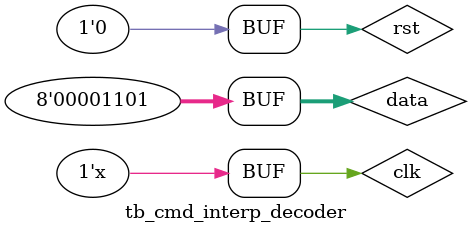
<source format=v>
`timescale 1ns / 1ps


module tb_cmd_interp_decoder;

	// Inputs
	reg [7:0] data;
	reg clk;
	reg rst;

	// Outputs
	wire got_dig;
	wire got_op;
	wire got_eq;
	wire got_esc;

	// Instantiate the Unit Under Test (UUT)
	cmd_interp_decoder uut (
		.data(data), 
		.clk(clk), 
		.rst(rst), 
		.got_dig(got_dig), 
		.got_op(got_op), 
		.got_eq(got_eq), 
		.got_esc(got_esc)
	);
	always #5 clk = ~clk;
	initial begin
		// Initialize Inputs
		data = 0;
		clk = 0;
		rst = 0;

		// Wait 100 ns for global reset to finish
		#100;
		data = 8'h30;
		#10
		data = 8'h35;
		#10
		data = 8'h36;
		#10
		data = 8'h2A;
		#10
		data = 8'h2B;
		#10
		data = 8'h2C;
		#10
		data = 8'h2D;
		#10
		data = 8'h2E;
		#10
		data = 8'h3D;
		#10
		data = 8'h1B;
		#10
		data = 8'h0D;
        
		// Add stimulus here

	end
      
endmodule


</source>
